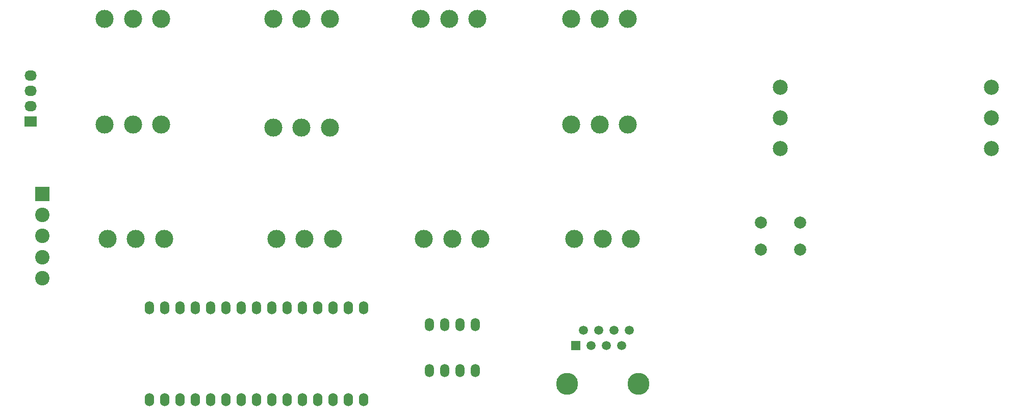
<source format=gbr>
G04 #@! TF.FileFunction,Soldermask,Bot*
%FSLAX46Y46*%
G04 Gerber Fmt 4.6, Leading zero omitted, Abs format (unit mm)*
G04 Created by KiCad (PCBNEW 4.0.0-rc2-stable) date 10-2-2016 17:40:28*
%MOMM*%
G01*
G04 APERTURE LIST*
%ADD10C,0.100000*%
%ADD11O,1.501140X2.199640*%
%ADD12O,1.524000X2.199640*%
%ADD13O,1.524000X2.197100*%
%ADD14C,2.499360*%
%ADD15C,2.997200*%
%ADD16R,2.032000X1.727200*%
%ADD17O,2.032000X1.727200*%
%ADD18C,2.400000*%
%ADD19R,2.400000X2.400000*%
%ADD20C,3.649980*%
%ADD21R,1.501140X1.501140*%
%ADD22C,1.501140*%
%ADD23C,1.998980*%
G04 APERTURE END LIST*
D10*
D11*
X106310000Y-79190000D03*
X103770000Y-79190000D03*
X101230000Y-79190000D03*
X98690000Y-79190000D03*
X98690000Y-86810000D03*
X101230000Y-86810000D03*
X103770000Y-86810000D03*
X106310000Y-86810000D03*
D12*
X52220000Y-91620000D03*
X54760000Y-91620000D03*
X57300000Y-91620000D03*
X59840000Y-91620000D03*
X62380000Y-91620000D03*
X64920000Y-91620000D03*
X67460000Y-91620000D03*
X70000000Y-91620000D03*
X72540000Y-91620000D03*
X75080000Y-91620000D03*
X77620000Y-91620000D03*
X80160000Y-91620000D03*
X82700000Y-91620000D03*
X85240000Y-91620000D03*
X87780000Y-91620000D03*
X87780000Y-76380000D03*
X85240000Y-76380000D03*
X82700000Y-76380000D03*
X80160000Y-76380000D03*
D13*
X77620000Y-76380000D03*
X75080000Y-76380000D03*
X72540000Y-76380000D03*
X70000000Y-76380000D03*
X67460000Y-76380000D03*
X64920000Y-76380000D03*
X62380000Y-76380000D03*
X59840000Y-76380000D03*
X57300000Y-76380000D03*
X54760000Y-76380000D03*
X52220000Y-76380000D03*
D14*
X157000000Y-44920000D03*
X157000000Y-39840000D03*
X157000000Y-50000000D03*
X192000000Y-44920000D03*
X192000000Y-39840000D03*
X192000000Y-50000000D03*
D15*
X45301000Y-65000000D03*
X50000000Y-65000000D03*
X54699000Y-65000000D03*
X44801000Y-46000000D03*
X49500000Y-46000000D03*
X54199000Y-46000000D03*
X44801000Y-28500000D03*
X49500000Y-28500000D03*
X54199000Y-28500000D03*
X72801000Y-28500000D03*
X77500000Y-28500000D03*
X82199000Y-28500000D03*
X72801000Y-46500000D03*
X77500000Y-46500000D03*
X82199000Y-46500000D03*
X73301000Y-65000000D03*
X78000000Y-65000000D03*
X82699000Y-65000000D03*
X97301000Y-28500000D03*
X102000000Y-28500000D03*
X106699000Y-28500000D03*
X97801000Y-65000000D03*
X102500000Y-65000000D03*
X107199000Y-65000000D03*
X122301000Y-28500000D03*
X127000000Y-28500000D03*
X131699000Y-28500000D03*
X122301000Y-46000000D03*
X127000000Y-46000000D03*
X131699000Y-46000000D03*
X122801000Y-65000000D03*
X127500000Y-65000000D03*
X132199000Y-65000000D03*
D16*
X32500000Y-45500000D03*
D17*
X32500000Y-42960000D03*
X32500000Y-40420000D03*
X32500000Y-37880000D03*
D18*
X34500000Y-61000000D03*
D19*
X34500000Y-57500000D03*
D18*
X34500000Y-64500000D03*
X34500000Y-68000000D03*
X34500000Y-71500000D03*
D20*
X133438520Y-89000000D03*
X121569100Y-89000000D03*
D21*
X123055000Y-82650000D03*
D22*
X124325000Y-80110000D03*
X125595000Y-82650000D03*
X126865000Y-80110000D03*
X128135000Y-82650000D03*
X129405000Y-80110000D03*
X130675000Y-82650000D03*
X131945000Y-80110000D03*
D23*
X153748800Y-66750440D03*
X160251200Y-62249560D03*
X153748800Y-62249560D03*
X160251200Y-66750440D03*
M02*

</source>
